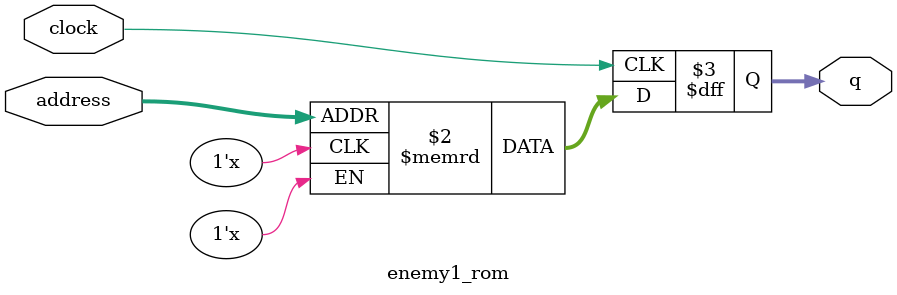
<source format=sv>
module enemy1_rom (
	input logic clock,
	input logic [13:0] address,
	output logic [3:0] q
);

logic [3:0] memory [0:8999] /* synthesis ram_init_file = "./enemy1/enemy1.mif" */;

always_ff @ (posedge clock) begin
	q <= memory[address];
end

endmodule

</source>
